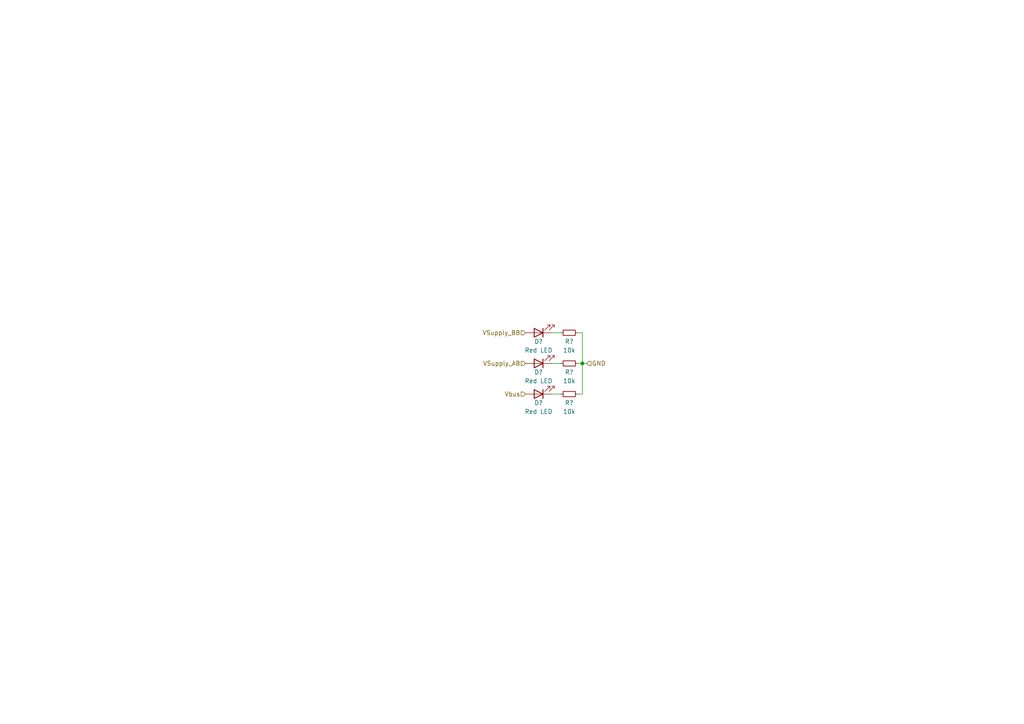
<source format=kicad_sch>
(kicad_sch (version 20230121) (generator eeschema)
  (paper "A4")
  (lib_symbols
    (symbol "Device:LED" (pin_numbers hide) (pin_names (offset 1.016) hide)
      (property "Reference" "D" (at 0 2.54 0))
      (property "Value" "LED" (at 0 -2.54 0))
      (symbol "LED_0_1"
        (polyline (pts (xy -1.27 -1.27) (xy -1.27 1.27)) (stroke (width 0.254)))
        (polyline (pts (xy -1.27 0) (xy 1.27 0)))
        (polyline (pts (xy 1.27 -1.27) (xy 1.27 1.27) (xy -1.27 0) (xy 1.27 -1.27)) (stroke (width 0.254)))
        (polyline (pts (xy -3.048 -0.762) (xy -4.572 -2.286) (xy -3.81 -2.286) (xy -4.572 -2.286) (xy -4.572 -1.524)))
        (polyline (pts (xy -1.778 -0.762) (xy -3.302 -2.286) (xy -2.54 -2.286) (xy -3.302 -2.286) (xy -3.302 -1.524)))
      )
      (symbol "LED_1_1"
        (pin passive line (at -3.81 0 0) (length 2.54) (name "K") (number "1"))
        (pin passive line (at 3.81 0 180) (length 2.54) (name "A") (number "2"))
      )
    )
    (symbol "Device:R_Small" (pin_numbers hide) (pin_names (offset 0.254) hide)
      (property "Reference" "R" (at 0.762 0.508 0))
      (property "Value" "R_Small" (at 0.762 -1.016 0))
      (symbol "R_Small_0_1"
        (rectangle (start -0.762 1.778) (end 0.762 -1.778) (stroke (width 0.2032)))
      )
      (symbol "R_Small_1_1"
        (pin passive line (at 0 2.54 270) (length 0.762) (name "~") (number "1"))
        (pin passive line (at 0 -2.54 90) (length 0.762) (name "~") (number "2"))
      )
    )
  )
  (junction (at 168.91 105.41))
  (wire (pts (xy 167.64 105.41) (xy 168.91 105.41)))
  (wire (pts (xy 168.91 96.52) (xy 168.91 105.41)))
  (wire (pts (xy 167.64 114.3) (xy 168.91 114.3)))
  (wire (pts (xy 160.02 114.3) (xy 162.56 114.3)))
  (wire (pts (xy 167.64 96.52) (xy 168.91 96.52)))
  (wire (pts (xy 160.02 105.41) (xy 162.56 105.41)))
  (wire (pts (xy 160.02 96.52) (xy 162.56 96.52)))
  (wire (pts (xy 168.91 105.41) (xy 170.18 105.41)))
  (wire (pts (xy 168.91 105.41) (xy 168.91 114.3)))
  (hierarchical_label "GND" (shape input) (at 170.18 105.41 0))
  (hierarchical_label "VSupply_BB" (shape input) (at 152.4 96.52 180))
  (hierarchical_label "Vbus" (shape input) (at 152.4 114.3 180))
  (hierarchical_label "VSupply_AB" (shape input) (at 152.4 105.41 180))
  (symbol (lib_id "Device:R_Small") (at 165.1 105.41 90) (unit 1)
    (property "Reference" "R?" (at 165.1 107.95 90))
    (property "Value" "10k" (at 165.1 110.49 90))
    (property "Footprint" "Resistor_SMD:R_0402_1005Metric" (effects hide))
    (property "Fournisseur" "Stock" (effects hide))
    (instances (project "Inverter_KiCAD" (path "" (reference "R?") (unit 1)) (path "" (reference "R?") (unit 1)) (path "" (reference "R?") (unit 1)) (path "" (reference "R?") (unit 1)) (path "" (reference "R1402") (unit 1))))
  )
  (symbol (lib_id "Device:R_Small") (at 165.1 96.52 90) (unit 1)
    (property "Reference" "R?" (at 165.1 99.06 90))
    (property "Value" "10k" (at 165.1 101.6 90))
    (property "Footprint" "Resistor_SMD:R_0402_1005Metric" (effects hide))
    (property "Fournisseur" "Stock" (effects hide))
    (instances (project "Inverter_KiCAD" (path "" (reference "R?") (unit 1)) (path "" (reference "R?") (unit 1)) (path "" (reference "R?") (unit 1)) (path "" (reference "R?") (unit 1)) (path "" (reference "R1401") (unit 1))))
  )
  (symbol (lib_id "Device:LED") (at 156.21 114.3 180) (unit 1)
    (property "Reference" "D?" (at 156.21 116.84 0))
    (property "Value" "Red LED" (at 156.21 119.38 0))
    (property "Footprint" "LED_SMD:LED_0603_1608Metric" (effects hide))
    (property "Fournisseur" "Wurth" (effects hide))
    (property "MFR" "150 060 RS5 504 0" (effects hide))
    (instances (project "Inverter_KiCAD" (path "" (reference "D?") (unit 1)) (path "" (reference "D?") (unit 1)) (path "" (reference "D?") (unit 1)) (path "" (reference "D?") (unit 1)) (path "" (reference "D1403") (unit 1))))
  )
  (symbol (lib_id "Device:LED") (at 156.21 105.41 180) (unit 1)
    (property "Reference" "D?" (at 156.21 107.95 0))
    (property "Value" "Red LED" (at 156.21 110.49 0))
    (property "Footprint" "LED_SMD:LED_0603_1608Metric" (effects hide))
    (property "Fournisseur" "Wurth" (effects hide))
    (property "MFR" "150 060 RS5 504 0" (effects hide))
    (instances (project "Inverter_KiCAD" (path "" (reference "D?") (unit 1)) (path "" (reference "D?") (unit 1)) (path "" (reference "D?") (unit 1)) (path "" (reference "D?") (unit 1)) (path "" (reference "D1402") (unit 1))))
  )
  (symbol (lib_id "Device:LED") (at 156.21 96.52 180) (unit 1)
    (property "Reference" "D?" (at 156.21 99.06 0))
    (property "Value" "Red LED" (at 156.21 101.6 0))
    (property "Footprint" "LED_SMD:LED_0603_1608Metric" (effects hide))
    (property "Fournisseur" "Wurth" (effects hide))
    (property "MFR" "150 060 RS5 504 0" (effects hide))
    (instances (project "Inverter_KiCAD" (path "" (reference "D?") (unit 1)) (path "" (reference "D?") (unit 1)) (path "" (reference "D?") (unit 1)) (path "" (reference "D?") (unit 1)) (path "" (reference "D1401") (unit 1))))
  )
  (symbol (lib_id "Device:R_Small") (at 165.1 114.3 90) (unit 1)
    (property "Reference" "R?" (at 165.1 116.84 90))
    (property "Value" "10k" (at 165.1 119.38 90))
    (property "Footprint" "Resistor_SMD:R_0402_1005Metric" (effects hide))
    (property "Fournisseur" "Farnell" (effects hide))
    (property "MFR" "CRCW0402390RFKEDC" (effects hide))
    (property "Ref" "4177482" (effects hide))
    (instances (project "Inverter_KiCAD" (path "" (reference "R?") (unit 1)) (path "" (reference "R?") (unit 1)) (path "" (reference "R?") (unit 1)) (path "" (reference "R?") (unit 1)) (path "" (reference "R1403") (unit 1))))
  )
)
</source>
